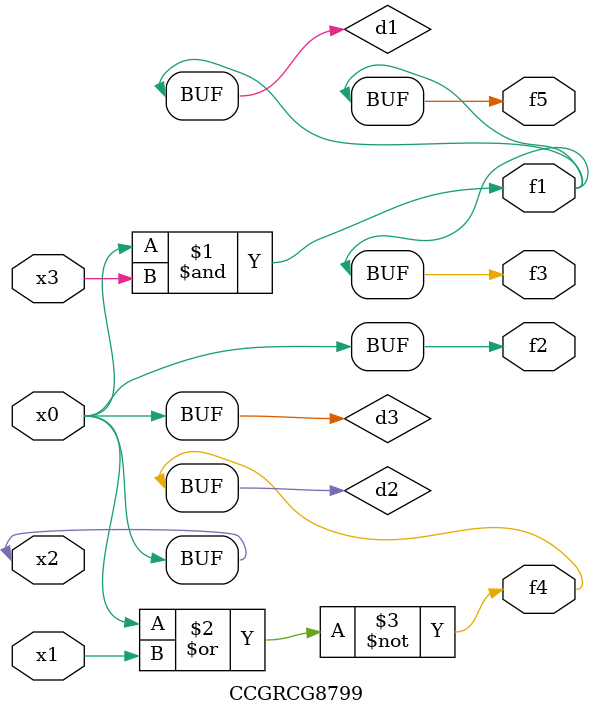
<source format=v>
module CCGRCG8799(
	input x0, x1, x2, x3,
	output f1, f2, f3, f4, f5
);

	wire d1, d2, d3;

	and (d1, x2, x3);
	nor (d2, x0, x1);
	buf (d3, x0, x2);
	assign f1 = d1;
	assign f2 = d3;
	assign f3 = d1;
	assign f4 = d2;
	assign f5 = d1;
endmodule

</source>
